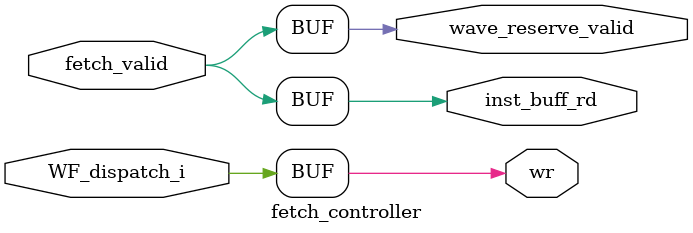
<source format=v>
`define FPGA_BUILD 1
`include "alu_definitions.v"
`include "decode_definitions.v"
`include "issue_definitions.v"
`include "lsu_definitions.v"
`include "global_definitions.v"
module fetch_controller (
	WF_dispatch_i, 
	fetch_valid, 
	wr, 
	inst_buff_rd, 
	wave_reserve_valid
);

input WF_dispatch_i;
input fetch_valid;

output wr;
output inst_buff_rd;
output wave_reserve_valid;

assign wr = WF_dispatch_i;
assign wave_reserve_valid = fetch_valid;
assign inst_buff_rd = fetch_valid;

endmodule

</source>
